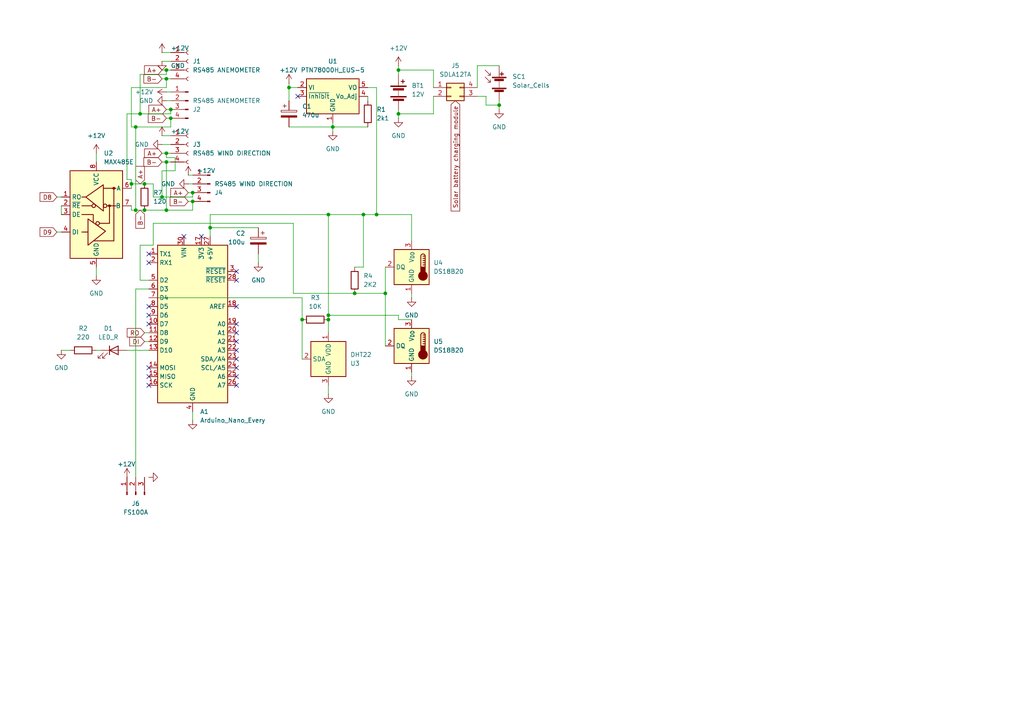
<source format=kicad_sch>
(kicad_sch (version 20250114) (generator "eeschema") (generator_version "9.0")
  (paper "A4")
  (title_block (title "Weather station with the sensor and UHF transmitter ") (date "2026-01-27") (rev "v1") (company "z0b1"))
  (lib_symbols
    (symbol "Connector:Conn_01x03_Pin" (pin_names (offset 1.016) (hide yes))
      (property "Reference" "J" (at 0 5.08 0))
      (property "Value" "Conn_01x03_Pin" (at 0 -5.08 0))
      (symbol "Conn_01x03_Pin_1_1"
        (rectangle (start 0.8636 2.667) (end 0 2.413) (stroke (width 0.1524)) (fill (type outline)))
        (rectangle (start 0.8636 0.127) (end 0 -0.127) (stroke (width 0.1524)) (fill (type outline)))
        (rectangle (start 0.8636 -2.413) (end 0 -2.667) (stroke (width 0.1524)) (fill (type outline)))
        (polyline (pts (xy 1.27 2.54) (xy 0.8636 2.54)) (stroke (width 0.1524)))
        (polyline (pts (xy 1.27 0) (xy 0.8636 0)) (stroke (width 0.1524)))
        (polyline (pts (xy 1.27 -2.54) (xy 0.8636 -2.54)) (stroke (width 0.1524)))
        (pin passive line (at 5.08 2.54 180) (length 3.81) (name "Pin_1") (number "1"))
        (pin passive line (at 5.08 0 180) (length 3.81) (name "Pin_2") (number "2"))
        (pin passive line (at 5.08 -2.54 180) (length 3.81) (name "Pin_3") (number "3"))
      )
    )
    (symbol "Connector:Conn_01x04_Pin" (pin_names (offset 1.016) (hide yes))
      (property "Reference" "J" (at 0 5.08 0))
      (property "Value" "Conn_01x04_Pin" (at 0 -7.62 0))
      (symbol "Conn_01x04_Pin_1_1"
        (rectangle (start 0.8636 2.667) (end 0 2.413) (stroke (width 0.1524)) (fill (type outline)))
        (rectangle (start 0.8636 0.127) (end 0 -0.127) (stroke (width 0.1524)) (fill (type outline)))
        (rectangle (start 0.8636 -2.413) (end 0 -2.667) (stroke (width 0.1524)) (fill (type outline)))
        (rectangle (start 0.8636 -4.953) (end 0 -5.207) (stroke (width 0.1524)) (fill (type outline)))
        (polyline (pts (xy 1.27 2.54) (xy 0.8636 2.54)) (stroke (width 0.1524)))
        (polyline (pts (xy 1.27 0) (xy 0.8636 0)) (stroke (width 0.1524)))
        (polyline (pts (xy 1.27 -2.54) (xy 0.8636 -2.54)) (stroke (width 0.1524)))
        (polyline (pts (xy 1.27 -5.08) (xy 0.8636 -5.08)) (stroke (width 0.1524)))
        (pin passive line (at 5.08 2.54 180) (length 3.81) (name "Pin_1") (number "1"))
        (pin passive line (at 5.08 0 180) (length 3.81) (name "Pin_2") (number "2"))
        (pin passive line (at 5.08 -2.54 180) (length 3.81) (name "Pin_3") (number "3"))
        (pin passive line (at 5.08 -5.08 180) (length 3.81) (name "Pin_4") (number "4"))
      )
    )
    (symbol "Connector:Conn_01x04_Socket" (pin_names (offset 1.016) (hide yes))
      (property "Reference" "J" (at 0 5.08 0))
      (property "Value" "Conn_01x04_Socket" (at 0 -7.62 0))
      (symbol "Conn_01x04_Socket_1_1"
        (polyline (pts (xy -1.27 2.54) (xy -0.508 2.54)) (stroke (width 0.1524)))
        (polyline (pts (xy -1.27 0) (xy -0.508 0)) (stroke (width 0.1524)))
        (polyline (pts (xy -1.27 -2.54) (xy -0.508 -2.54)) (stroke (width 0.1524)))
        (polyline (pts (xy -1.27 -5.08) (xy -0.508 -5.08)) (stroke (width 0.1524)))
        (arc (start 0 2.032) (mid -0.5058 2.54) (end 0 3.048) (stroke (width 0.1524)))
        (arc (start 0 -0.508) (mid -0.5058 0) (end 0 0.508) (stroke (width 0.1524)))
        (arc (start 0 -3.048) (mid -0.5058 -2.54) (end 0 -2.032) (stroke (width 0.1524)))
        (arc (start 0 -5.588) (mid -0.5058 -5.08) (end 0 -4.572) (stroke (width 0.1524)))
        (pin passive line (at -5.08 2.54 0) (length 3.81) (name "Pin_1") (number "1"))
        (pin passive line (at -5.08 0 0) (length 3.81) (name "Pin_2") (number "2"))
        (pin passive line (at -5.08 -2.54 0) (length 3.81) (name "Pin_3") (number "3"))
        (pin passive line (at -5.08 -5.08 0) (length 3.81) (name "Pin_4") (number "4"))
      )
    )
    (symbol "Connector_Generic:Conn_02x02_Counter_Clockwise" (pin_names (offset 1.016) (hide yes))
      (property "Reference" "J" (at 1.27 2.54 0))
      (property "Value" "Conn_02x02_Counter_Clockwise" (at 1.27 -5.08 0))
      (symbol "Conn_02x02_Counter_Clockwise_1_1"
        (rectangle (start -1.27 1.27) (end 3.81 -3.81) (stroke (width 0.254)) (fill (type background)))
        (rectangle (start -1.27 0.127) (end 0 -0.127) (stroke (width 0.1524)))
        (rectangle (start -1.27 -2.413) (end 0 -2.667) (stroke (width 0.1524)))
        (rectangle (start 3.81 0.127) (end 2.54 -0.127) (stroke (width 0.1524)))
        (rectangle (start 3.81 -2.413) (end 2.54 -2.667) (stroke (width 0.1524)))
        (pin passive line (at -5.08 0 0) (length 3.81) (name "Pin_1") (number "1"))
        (pin passive line (at -5.08 -2.54 0) (length 3.81) (name "Pin_2") (number "2"))
        (pin passive line (at 7.62 0 180) (length 3.81) (name "Pin_4") (number "4"))
        (pin passive line (at 7.62 -2.54 180) (length 3.81) (name "Pin_3") (number "3"))
      )
    )
    (symbol "Converter_DCDC:PTN78000H_EUS-5"
      (property "Reference" "U" (at -6.35 6.35 0))
      (property "Value" "PTN78000H_EUS-5" (at 3.81 6.35 0))
      (symbol "PTN78000H_EUS-5_0_1"
        (rectangle (start -7.62 5.08) (end 7.62 -5.08) (stroke (width 0.254)) (fill (type background)))
      )
      (symbol "PTN78000H_EUS-5_1_1"
        (pin power_in line (at -10.16 2.54 0) (length 2.54) (name "VI") (number "2"))
        (pin input line (at -10.16 0 0) (length 2.54) (name "~{Inhibit}") (number "3"))
        (pin power_in line (at 0 -7.62 90) (length 2.54) (name "GND") (number "1"))
        (pin power_out line (at 10.16 2.54 180) (length 2.54) (name "VO") (number "5"))
        (pin output line (at 10.16 0 180) (length 2.54) (name "Vo_Adj") (number "4"))
      )
    )
    (symbol "Device:Battery" (pin_numbers (hide yes)) (pin_names (offset 0) (hide yes))
      (property "Reference" "BT" (at 2.54 2.54 0))
      (property "Value" "Battery" (at 2.54 0 0))
      (symbol "Battery_0_1"
        (rectangle (start -2.286 1.778) (end 2.286 1.524) (fill (type outline)))
        (rectangle (start -2.286 -1.27) (end 2.286 -1.524) (fill (type outline)))
        (rectangle (start -1.524 1.016) (end 1.524 0.508) (fill (type outline)))
        (rectangle (start -1.524 -2.032) (end 1.524 -2.54) (fill (type outline)))
        (polyline (pts (xy 0 1.778) (xy 0 2.54)))
        (polyline (pts (xy 0 0) (xy 0 0.254)))
        (polyline (pts (xy 0 -0.508) (xy 0 -0.254)))
        (polyline (pts (xy 0 -1.016) (xy 0 -0.762)))
        (polyline (pts (xy 0.762 3.048) (xy 1.778 3.048)) (stroke (width 0.254)))
        (polyline (pts (xy 1.27 3.556) (xy 1.27 2.54)) (stroke (width 0.254)))
      )
      (symbol "Battery_1_1"
        (pin passive line (at 0 5.08 270) (length 2.54) (name "+") (number "1"))
        (pin passive line (at 0 -5.08 90) (length 2.54) (name "-") (number "2"))
      )
    )
    (symbol "Device:C_Polarized" (pin_numbers (hide yes)) (pin_names (offset 0.254))
      (property "Reference" "C" (at 0.635 2.54 0))
      (property "Value" "C_Polarized" (at 0.635 -2.54 0))
      (symbol "C_Polarized_0_1"
        (rectangle (start -2.286 0.508) (end 2.286 1.016))
        (polyline (pts (xy -1.778 2.286) (xy -0.762 2.286)))
        (polyline (pts (xy -1.27 2.794) (xy -1.27 1.778)))
        (rectangle (start 2.286 -0.508) (end -2.286 -1.016) (fill (type outline)))
      )
      (symbol "C_Polarized_1_1"
        (pin passive line (at 0 3.81 270) (length 2.794) (name "~") (number "1"))
        (pin passive line (at 0 -3.81 90) (length 2.794) (name "~") (number "2"))
      )
    )
    (symbol "Device:LED" (pin_numbers (hide yes)) (pin_names (offset 1.016) (hide yes))
      (property "Reference" "D" (at 0 2.54 0))
      (property "Value" "LED" (at 0 -2.54 0))
      (symbol "LED_0_1"
        (polyline (pts (xy -3.048 -0.762) (xy -4.572 -2.286) (xy -3.81 -2.286) (xy -4.572 -2.286) (xy -4.572 -1.524)))
        (polyline (pts (xy -1.778 -0.762) (xy -3.302 -2.286) (xy -2.54 -2.286) (xy -3.302 -2.286) (xy -3.302 -1.524)))
        (polyline (pts (xy -1.27 0) (xy 1.27 0)))
        (polyline (pts (xy -1.27 -1.27) (xy -1.27 1.27)) (stroke (width 0.254)))
        (polyline (pts (xy 1.27 -1.27) (xy 1.27 1.27) (xy -1.27 0) (xy 1.27 -1.27)) (stroke (width 0.254)))
      )
      (symbol "LED_1_1"
        (pin passive line (at -3.81 0 0) (length 2.54) (name "K") (number "1"))
        (pin passive line (at 3.81 0 180) (length 2.54) (name "A") (number "2"))
      )
    )
    (symbol "Device:R" (pin_numbers (hide yes)) (pin_names (offset 0))
      (property "Reference" "R" (at 2.032 0 90))
      (property "Value" "R" (at 0 0 90))
      (symbol "R_0_1"
        (rectangle (start -1.016 -2.54) (end 1.016 2.54) (stroke (width 0.254)))
      )
      (symbol "R_1_1"
        (pin passive line (at 0 3.81 270) (length 1.27) (name "~") (number "1"))
        (pin passive line (at 0 -3.81 90) (length 1.27) (name "~") (number "2"))
      )
    )
    (symbol "Device:Solar_Cells" (pin_numbers (hide yes)) (pin_names (offset 0) (hide yes))
      (property "Reference" "SC" (at 2.54 2.54 0))
      (property "Value" "Solar_Cells" (at 2.54 0 0))
      (symbol "Solar_Cells_0_1"
        (polyline (pts (xy -2.54 3.048) (xy -2.54 2.286) (xy -3.302 2.286)))
        (polyline (pts (xy -2.54 2.286) (xy -4.064 3.81)))
        (polyline (pts (xy -2.54 1.016) (xy -2.54 0.254) (xy -3.302 0.254)))
        (polyline (pts (xy -2.54 0.254) (xy -4.064 1.778)))
        (rectangle (start -2.032 1.778) (end 2.032 1.524) (fill (type outline)))
        (rectangle (start -2.032 -1.397) (end 2.032 -1.651) (fill (type outline)))
        (rectangle (start -1.3208 1.1938) (end 1.27 0.6858) (fill (type outline)))
        (rectangle (start -1.3208 -1.9812) (end 1.27 -2.4892) (fill (type outline)))
        (polyline (pts (xy 0 1.778) (xy 0 2.54)))
        (polyline (pts (xy 0 0.508) (xy 0 0.762)))
        (polyline (pts (xy 0 0) (xy 0 0.254)))
        (polyline (pts (xy 0 -0.508) (xy 0 -0.254)))
        (polyline (pts (xy 0 -1.016) (xy 0 -0.762)))
        (polyline (pts (xy 0 -1.524) (xy 0 -1.27)))
        (polyline (pts (xy 0.254 2.667) (xy 1.27 2.667)) (stroke (width 0.254)))
        (polyline (pts (xy 0.762 3.175) (xy 0.762 2.159)) (stroke (width 0.254)))
      )
      (symbol "Solar_Cells_1_1"
        (pin passive line (at 0 5.08 270) (length 2.54) (name "+") (number "1"))
        (pin passive line (at 0 -5.08 90) (length 2.54) (name "-") (number "2"))
      )
    )
    (symbol "Interface_UART:MAX485E"
      (property "Reference" "U" (at -6.985 13.97 0))
      (property "Value" "MAX485E" (at 1.905 13.97 0))
      (symbol "MAX485E_0_1"
        (rectangle (start -7.62 12.7) (end 7.62 -12.7) (stroke (width 0.254)) (fill (type background)))
        (polyline (pts (xy -4.191 2.54) (xy -1.27 2.54)) (stroke (width 0.254)))
        (polyline (pts (xy -4.191 0) (xy -0.889 0) (xy -0.889 -2.286)) (stroke (width 0.254)))
        (polyline (pts (xy -3.175 5.08) (xy -4.191 5.08) (xy -4.064 5.08)) (stroke (width 0.254)))
        (polyline (pts (xy -2.54 -5.08) (xy -4.191 -5.08)) (stroke (width 0.254)))
        (polyline (pts (xy -2.413 -5.08) (xy -2.413 -1.27) (xy 2.667 -4.826) (xy -2.413 -8.89) (xy -2.413 -5.08)) (stroke (width 0.254)))
        (polyline (pts (xy -0.635 -7.62) (xy 5.08 -7.62)) (stroke (width 0.254)))
        (circle (center 0.381 -2.54) (radius 0.508) (stroke (width 0.254)))
        (polyline (pts (xy 0.889 -2.54) (xy 3.81 -2.54)) (stroke (width 0.254)))
        (polyline (pts (xy 2.032 7.62) (xy 5.715 7.62)) (stroke (width 0.254)))
        (polyline (pts (xy 3.048 2.54) (xy 5.715 2.54)) (stroke (width 0.254)))
        (circle (center 3.81 2.54) (radius 0.2794) (stroke (width 0.254)) (fill (type outline)))
        (polyline (pts (xy 3.81 -2.54) (xy 3.81 2.54)) (stroke (width 0.254)))
        (polyline (pts (xy 5.08 -7.62) (xy 5.08 7.62)) (stroke (width 0.254)))
      )
      (symbol "MAX485E_1_1"
        (circle (center -0.762 2.54) (radius 0.508) (stroke (width 0.254)))
        (polyline (pts (xy 2.032 4.826) (xy 2.032 8.636) (xy -3.048 5.08) (xy 2.032 1.016) (xy 2.032 4.826)) (stroke (width 0.254)))
        (circle (center 2.54 2.54) (radius 0.508) (stroke (width 0.254)))
        (circle (center 5.08 7.62) (radius 0.2794) (stroke (width 0.254)) (fill (type outline)))
        (pin output line (at -10.16 5.08 0) (length 2.54) (name "RO") (number "1"))
        (pin input line (at -10.16 2.54 0) (length 2.54) (name "~{RE}") (number "2"))
        (pin input line (at -10.16 0 0) (length 2.54) (name "DE") (number "3"))
        (pin input line (at -10.16 -5.08 0) (length 2.54) (name "DI") (number "4"))
        (pin power_in line (at 0 15.24 270) (length 2.54) (name "VCC") (number "8"))
        (pin power_in line (at 0 -15.24 90) (length 2.54) (name "GND") (number "5"))
        (pin bidirectional line (at 10.16 7.62 180) (length 2.54) (name "A") (number "6"))
        (pin bidirectional line (at 10.16 2.54 180) (length 2.54) (name "B") (number "7"))
      )
    )
    (symbol "MCU_Module:Arduino_Nano_Every"
      (property "Reference" "A" (at -10.16 23.495 0))
      (property "Value" "Arduino_Nano_Every" (at 5.08 -24.13 0))
      (symbol "Arduino_Nano_Every_0_1"
        (rectangle (start -10.16 22.86) (end 10.16 -22.86) (stroke (width 0.254)) (fill (type background)))
      )
      (symbol "Arduino_Nano_Every_1_1"
        (pin bidirectional line (at -12.7 20.32 0) (length 2.54) (name "TX1") (number "1"))
        (pin bidirectional line (at -12.7 17.78 0) (length 2.54) (name "RX1") (number "2"))
        (pin bidirectional line (at -12.7 12.7 0) (length 2.54) (name "D2") (number "5"))
        (pin bidirectional line (at -12.7 10.16 0) (length 2.54) (name "D3") (number "6"))
        (pin bidirectional line (at -12.7 7.62 0) (length 2.54) (name "D4") (number "7"))
        (pin bidirectional line (at -12.7 5.08 0) (length 2.54) (name "D5") (number "8"))
        (pin bidirectional line (at -12.7 2.54 0) (length 2.54) (name "D6") (number "9"))
        (pin bidirectional line (at -12.7 0 0) (length 2.54) (name "D7") (number "10"))
        (pin bidirectional line (at -12.7 -2.54 0) (length 2.54) (name "D8") (number "11"))
        (pin bidirectional line (at -12.7 -5.08 0) (length 2.54) (name "D9") (number "12"))
        (pin bidirectional line (at -12.7 -7.62 0) (length 2.54) (name "D10") (number "13"))
        (pin bidirectional line (at -12.7 -12.7 0) (length 2.54) (name "MOSI") (number "14"))
        (pin bidirectional line (at -12.7 -15.24 0) (length 2.54) (name "MISO") (number "15"))
        (pin bidirectional line (at -12.7 -17.78 0) (length 2.54) (name "SCK") (number "16"))
        (pin power_in line (at -2.54 25.4 270) (length 2.54) (name "VIN") (number "30"))
        (pin passive line (at 0 -25.4 90) (length 2.54) (hide yes) (name "GND") (number "29"))
        (pin power_in line (at 0 -25.4 90) (length 2.54) (name "GND") (number "4"))
        (pin power_out line (at 2.54 25.4 270) (length 2.54) (name "3V3") (number "17"))
        (pin power_out line (at 5.08 25.4 270) (length 2.54) (name "+5V") (number "27"))
        (pin input line (at 12.7 15.24 180) (length 2.54) (name "~{RESET}") (number "3"))
        (pin input line (at 12.7 12.7 180) (length 2.54) (name "~{RESET}") (number "28"))
        (pin input line (at 12.7 5.08 180) (length 2.54) (name "AREF") (number "18"))
        (pin bidirectional line (at 12.7 0 180) (length 2.54) (name "A0") (number "19"))
        (pin bidirectional line (at 12.7 -2.54 180) (length 2.54) (name "A1") (number "20"))
        (pin bidirectional line (at 12.7 -5.08 180) (length 2.54) (name "A2") (number "21"))
        (pin bidirectional line (at 12.7 -7.62 180) (length 2.54) (name "A3") (number "22"))
        (pin bidirectional line (at 12.7 -10.16 180) (length 2.54) (name "SDA/A4") (number "23"))
        (pin bidirectional line (at 12.7 -12.7 180) (length 2.54) (name "SCL/A5") (number "24"))
        (pin bidirectional line (at 12.7 -15.24 180) (length 2.54) (name "A6") (number "25"))
        (pin bidirectional line (at 12.7 -17.78 180) (length 2.54) (name "A7") (number "26"))
      )
    )
    (symbol "Sensor:AM2302"
      (property "Reference" "U" (at -3.81 6.35 0))
      (property "Value" "AM2302" (at 3.81 6.35 0))
      (symbol "AM2302_0_1"
        (rectangle (start -5.08 5.08) (end 5.08 -5.08) (stroke (width 0.254)) (fill (type background)))
      )
      (symbol "AM2302_1_1"
        (pin power_in line (at 0 7.62 270) (length 2.54) (name "VDD") (number "1"))
        (pin power_in line (at 0 -7.62 90) (length 2.54) (name "GND") (number "3"))
        (pin passive line (at 0 -7.62 90) (length 2.54) (hide yes) (name "GND") (number "4"))
        (pin bidirectional line (at 7.62 0 180) (length 2.54) (name "SDA") (number "2"))
      )
    )
    (symbol "Sensor_Temperature:DS18B20"
      (property "Reference" "U" (at -3.81 6.35 0))
      (property "Value" "DS18B20" (at 6.35 6.35 0))
      (symbol "DS18B20_0_1"
        (rectangle (start -5.08 5.08) (end 5.08 -5.08) (stroke (width 0.254)) (fill (type background)))
        (polyline (pts (xy -3.937 3.175) (xy -3.937 0)) (stroke (width 0.254)))
        (polyline (pts (xy -3.937 3.175) (xy -3.302 3.175)) (stroke (width 0.254)))
        (polyline (pts (xy -3.937 2.54) (xy -3.302 2.54)) (stroke (width 0.254)))
        (polyline (pts (xy -3.937 1.905) (xy -3.302 1.905)) (stroke (width 0.254)))
        (polyline (pts (xy -3.937 1.27) (xy -3.302 1.27)) (stroke (width 0.254)))
        (polyline (pts (xy -3.937 0.635) (xy -3.302 0.635)) (stroke (width 0.254)))
        (arc (start -3.937 3.175) (mid -3.302 3.8073) (end -2.667 3.175) (stroke (width 0.254)))
        (circle (center -3.302 -2.54) (radius 1.27) (stroke (width 0.254)) (fill (type outline)))
        (polyline (pts (xy -2.667 3.175) (xy -2.667 0)) (stroke (width 0.254)))
        (rectangle (start -2.667 -1.905) (end -3.937 0) (stroke (width 0.254)) (fill (type outline)))
      )
      (symbol "DS18B20_1_1"
        (pin power_in line (at 0 7.62 270) (length 2.54) (name "V_{DD}") (number "3"))
        (pin power_in line (at 0 -7.62 90) (length 2.54) (name "GND") (number "1"))
        (pin bidirectional line (at 7.62 0 180) (length 2.54) (name "DQ") (number "2"))
      )
    )
    (symbol "power:+12V" (power) (pin_numbers (hide yes)) (pin_names (offset 0) (hide yes))
      (property "Value" "+12V" (at 0 3.556 0))
      (symbol "+12V_0_1"
        (polyline (pts (xy -0.762 1.27) (xy 0 2.54)))
        (polyline (pts (xy 0 2.54) (xy 0.762 1.27)))
        (polyline (pts (xy 0 0) (xy 0 2.54)))
      )
      (symbol "+12V_1_1"
        (pin power_in line (at 0 0 90) (length 0) (name "~") (number "1"))
      )
    )
    (symbol "power:GND" (power) (pin_numbers (hide yes)) (pin_names (offset 0) (hide yes))
      (property "Value" "GND" (at 0 -3.81 0))
      (symbol "GND_0_1"
        (polyline (pts (xy 0 0) (xy 0 -1.27) (xy 1.27 -1.27) (xy 0 -2.54) (xy -1.27 -1.27) (xy 0 -1.27)))
      )
      (symbol "GND_1_1"
        (pin power_in line (at 0 0 270) (length 0) (name "~") (number "1"))
      )
    )
  )
  (junction (at 48.26 44.45))
  (junction (at 49.53 31.75))
  (junction (at 46.99 57.15))
  (junction (at 115.57 20.32))
  (junction (at 60.96 66.04))
  (junction (at 48.26 60.96))
  (junction (at 111.76 85.09))
  (junction (at 40.64 33.02))
  (junction (at 95.25 62.23))
  (junction (at 144.78 30.48))
  (junction (at 109.22 62.23))
  (junction (at 96.52 36.83))
  (junction (at 95.25 92.71))
  (junction (at 41.91 53.34))
  (junction (at 48.26 20.32))
  (junction (at 38.1 53.34))
  (junction (at 48.26 22.86))
  (junction (at 83.82 25.4))
  (junction (at 48.26 46.99))
  (junction (at 105.41 62.23))
  (junction (at 102.87 85.09))
  (junction (at 55.88 55.88))
  (junction (at 49.53 34.29))
  (junction (at 115.57 33.02))
  (junction (at 55.88 58.42))
  (junction (at 39.37 60.96))
  (junction (at 95.25 91.44))
  (junction (at 87.63 92.71))
  (junction (at 41.91 60.96))
  (junction (at 39.37 36.83))
  (no_connect (at 68.58 93.98))
  (no_connect (at 43.18 109.22))
  (no_connect (at 53.34 68.58))
  (no_connect (at 68.58 109.22))
  (no_connect (at 43.18 106.68))
  (no_connect (at 43.18 88.9))
  (no_connect (at 68.58 78.74))
  (no_connect (at 68.58 99.06))
  (no_connect (at 58.42 68.58))
  (no_connect (at 68.58 104.14))
  (no_connect (at 43.18 111.76))
  (no_connect (at 43.18 93.98))
  (no_connect (at 68.58 96.52))
  (no_connect (at 86.36 27.94))
  (no_connect (at 68.58 101.6))
  (no_connect (at 43.18 76.2))
  (no_connect (at 43.18 73.66))
  (no_connect (at 68.58 106.68))
  (no_connect (at 68.58 88.9))
  (no_connect (at 43.18 91.44))
  (no_connect (at 68.58 81.28))
  (no_connect (at 68.58 111.76))
  (wire (pts (xy 49.53 36.83) (xy 49.53 34.29)))
  (wire (pts (xy 96.52 36.83) (xy 106.68 36.83)))
  (wire (pts (xy 115.57 33.02) (xy 125.73 33.02)))
  (wire (pts (xy 138.43 25.4) (xy 138.43 19.05)))
  (wire (pts (xy 48.26 60.96) (xy 55.88 60.96)))
  (wire (pts (xy 115.57 92.71) (xy 115.57 91.44)))
  (wire (pts (xy 48.26 22.86) (xy 48.26 25.4)))
  (wire (pts (xy 50.8 49.53) (xy 50.8 45.72)))
  (wire (pts (xy 48.26 31.75) (xy 49.53 31.75)))
  (wire (pts (xy 111.76 77.47) (xy 111.76 85.09)))
  (wire (pts (xy 48.26 46.99) (xy 48.26 60.96)))
  (wire (pts (xy 41.91 53.34) (xy 44.45 53.34)))
  (wire (pts (xy 95.25 91.44) (xy 95.25 92.71)))
  (wire (pts (xy 85.09 85.09) (xy 85.09 64.77)))
  (wire (pts (xy 109.22 62.23) (xy 105.41 62.23)))
  (wire (pts (xy 44.45 57.15) (xy 44.45 53.34)))
  (wire (pts (xy 105.41 77.47) (xy 105.41 62.23)))
  (wire (pts (xy 74.93 73.66) (xy 74.93 76.2)))
  (wire (pts (xy 38.1 25.4) (xy 38.1 36.83)))
  (wire (pts (xy 140.97 27.94) (xy 140.97 30.48)))
  (wire (pts (xy 95.25 92.71) (xy 95.25 96.52)))
  (wire (pts (xy 40.64 21.59) (xy 48.26 21.59)))
  (wire (pts (xy 105.41 62.23) (xy 95.25 62.23)))
  (wire (pts (xy 38.1 54.61) (xy 38.1 53.34)))
  (wire (pts (xy 115.57 19.05) (xy 115.57 20.32)))
  (wire (pts (xy 106.68 29.21) (xy 106.68 27.94)))
  (wire (pts (xy 115.57 20.32) (xy 125.73 20.32)))
  (wire (pts (xy 46.99 57.15) (xy 44.45 57.15)))
  (wire (pts (xy 83.82 25.4) (xy 83.82 29.21)))
  (wire (pts (xy 46.99 22.86) (xy 48.26 22.86)))
  (wire (pts (xy 115.57 31.75) (xy 115.57 33.02)))
  (wire (pts (xy 50.8 45.72) (xy 48.26 45.72)))
  (wire (pts (xy 115.57 33.02) (xy 115.57 34.29)))
  (wire (pts (xy 119.38 62.23) (xy 109.22 62.23)))
  (wire (pts (xy 17.78 101.6) (xy 20.32 101.6)))
  (wire (pts (xy 109.22 25.4) (xy 109.22 62.23)))
  (wire (pts (xy 48.26 21.59) (xy 48.26 20.32)))
  (wire (pts (xy 48.26 22.86) (xy 49.53 22.86)))
  (wire (pts (xy 74.93 66.04) (xy 60.96 66.04)))
  (wire (pts (xy 40.64 33.02) (xy 40.64 21.59)))
  (wire (pts (xy 125.73 25.4) (xy 125.73 20.32)))
  (wire (pts (xy 46.99 41.91) (xy 49.53 41.91)))
  (wire (pts (xy 36.83 33.02) (xy 36.83 52.07)))
  (wire (pts (xy 115.57 91.44) (xy 95.25 91.44)))
  (wire (pts (xy 111.76 85.09) (xy 111.76 100.33)))
  (wire (pts (xy 87.63 92.71) (xy 87.63 104.14)))
  (wire (pts (xy 44.45 64.77) (xy 44.45 71.12)))
  (wire (pts (xy 41.91 99.06) (xy 43.18 99.06)))
  (wire (pts (xy 102.87 85.09) (xy 85.09 85.09)))
  (wire (pts (xy 38.1 36.83) (xy 39.37 36.83)))
  (wire (pts (xy 46.99 15.24) (xy 49.53 15.24)))
  (wire (pts (xy 48.26 45.72) (xy 48.26 44.45)))
  (wire (pts (xy 60.96 62.23) (xy 95.25 62.23)))
  (wire (pts (xy 102.87 77.47) (xy 105.41 77.47)))
  (wire (pts (xy 36.83 101.6) (xy 43.18 101.6)))
  (wire (pts (xy 119.38 69.85) (xy 119.38 62.23)))
  (wire (pts (xy 95.25 111.76) (xy 95.25 114.3)))
  (wire (pts (xy 46.99 39.37) (xy 49.53 39.37)))
  (wire (pts (xy 55.88 57.15) (xy 46.99 57.15)))
  (wire (pts (xy 27.94 44.45) (xy 27.94 46.99)))
  (wire (pts (xy 48.26 44.45) (xy 49.53 44.45)))
  (wire (pts (xy 39.37 60.96) (xy 41.91 60.96)))
  (wire (pts (xy 36.83 52.07) (xy 38.1 52.07)))
  (wire (pts (xy 40.64 81.28) (xy 43.18 81.28)))
  (wire (pts (xy 55.88 58.42) (xy 55.88 60.96)))
  (wire (pts (xy 40.64 33.02) (xy 49.53 33.02)))
  (wire (pts (xy 85.09 64.77) (xy 44.45 64.77)))
  (wire (pts (xy 39.37 83.82) (xy 39.37 138.43)))
  (wire (pts (xy 125.73 27.94) (xy 125.73 33.02)))
  (wire (pts (xy 39.37 36.83) (xy 49.53 36.83)))
  (wire (pts (xy 144.78 30.48) (xy 144.78 31.75)))
  (wire (pts (xy 111.76 85.09) (xy 102.87 85.09)))
  (wire (pts (xy 48.26 29.21) (xy 49.53 29.21)))
  (wire (pts (xy 48.26 26.67) (xy 49.53 26.67)))
  (wire (pts (xy 46.99 20.32) (xy 48.26 20.32)))
  (wire (pts (xy 41.91 60.96) (xy 48.26 60.96)))
  (wire (pts (xy 83.82 36.83) (xy 96.52 36.83)))
  (wire (pts (xy 106.68 25.4) (xy 109.22 25.4)))
  (wire (pts (xy 48.26 25.4) (xy 38.1 25.4)))
  (wire (pts (xy 95.25 62.23) (xy 95.25 91.44)))
  (wire (pts (xy 119.38 85.09) (xy 119.38 86.36)))
  (wire (pts (xy 87.63 86.36) (xy 87.63 92.71)))
  (wire (pts (xy 38.1 59.69) (xy 38.1 60.96)))
  (wire (pts (xy 96.52 36.83) (xy 96.52 38.1)))
  (wire (pts (xy 40.64 71.12) (xy 40.64 81.28)))
  (wire (pts (xy 119.38 107.95) (xy 119.38 109.22)))
  (wire (pts (xy 46.99 57.15) (xy 46.99 49.53)))
  (wire (pts (xy 39.37 83.82) (xy 43.18 83.82)))
  (wire (pts (xy 46.99 44.45) (xy 48.26 44.45)))
  (wire (pts (xy 119.38 92.71) (xy 115.57 92.71)))
  (wire (pts (xy 43.18 86.36) (xy 87.63 86.36)))
  (wire (pts (xy 27.94 77.47) (xy 27.94 80.01)))
  (wire (pts (xy 60.96 66.04) (xy 60.96 68.58)))
  (wire (pts (xy 38.1 60.96) (xy 39.37 60.96)))
  (wire (pts (xy 48.26 20.32) (xy 49.53 20.32)))
  (wire (pts (xy 46.99 46.99) (xy 48.26 46.99)))
  (wire (pts (xy 83.82 24.13) (xy 83.82 25.4)))
  (wire (pts (xy 36.83 33.02) (xy 40.64 33.02)))
  (wire (pts (xy 16.51 57.15) (xy 17.78 57.15)))
  (wire (pts (xy 38.1 53.34) (xy 41.91 53.34)))
  (wire (pts (xy 144.78 29.21) (xy 144.78 30.48)))
  (wire (pts (xy 140.97 30.48) (xy 144.78 30.48)))
  (wire (pts (xy 54.61 50.8) (xy 55.88 50.8)))
  (wire (pts (xy 38.1 52.07) (xy 38.1 53.34)))
  (wire (pts (xy 115.57 20.32) (xy 115.57 21.59)))
  (wire (pts (xy 55.88 119.38) (xy 55.88 121.92)))
  (wire (pts (xy 46.99 49.53) (xy 50.8 49.53)))
  (wire (pts (xy 54.61 58.42) (xy 55.88 58.42)))
  (wire (pts (xy 54.61 55.88) (xy 55.88 55.88)))
  (wire (pts (xy 138.43 27.94) (xy 140.97 27.94)))
  (wire (pts (xy 96.52 35.56) (xy 96.52 36.83)))
  (wire (pts (xy 55.88 55.88) (xy 55.88 57.15)))
  (wire (pts (xy 39.37 36.83) (xy 39.37 60.96)))
  (wire (pts (xy 49.53 31.75) (xy 49.53 33.02)))
  (wire (pts (xy 48.26 34.29) (xy 49.53 34.29)))
  (wire (pts (xy 41.91 96.52) (xy 43.18 96.52)))
  (wire (pts (xy 83.82 25.4) (xy 86.36 25.4)))
  (wire (pts (xy 138.43 19.05) (xy 144.78 19.05)))
  (wire (pts (xy 27.94 101.6) (xy 29.21 101.6)))
  (wire (pts (xy 16.51 67.31) (xy 17.78 67.31)))
  (wire (pts (xy 17.78 59.69) (xy 17.78 62.23)))
  (wire (pts (xy 48.26 46.99) (xy 49.53 46.99)))
  (wire (pts (xy 44.45 71.12) (xy 40.64 71.12)))
  (wire (pts (xy 60.96 62.23) (xy 60.96 66.04)))
  (wire (pts (xy 46.99 17.78) (xy 49.53 17.78)))
  (wire (pts (xy 54.61 53.34) (xy 55.88 53.34)))
  (global_label "B-" (shape input) (at 54.61 58.42 180) (property "Intersheetrefs" "${INTERSHEET_REFS}" (effects (hide yes))))
  (global_label "A+" (shape input) (at 46.99 44.45 180) (property "Intersheetrefs" "${INTERSHEET_REFS}" (effects (hide yes))))
  (global_label "B-" (shape input) (at 46.99 22.86 180) (property "Intersheetrefs" "${INTERSHEET_REFS}" (effects (hide yes))))
  (global_label "B-" (shape input) (at 40.64 60.96 270) (property "Intersheetrefs" "${INTERSHEET_REFS}" (effects (hide yes))))
  (global_label "B-" (shape input) (at 46.99 46.99 180) (property "Intersheetrefs" "${INTERSHEET_REFS}" (effects (hide yes))))
  (global_label "Solar battery charging module" (shape input) (at 132.08 29.21 270) (property "Intersheetrefs" "${INTERSHEET_REFS}" (effects (hide yes))))
  (global_label "DI" (shape input) (at 41.91 99.06 180) (property "Intersheetrefs" "${INTERSHEET_REFS}" (effects (hide yes))))
  (global_label "D8" (shape input) (at 16.51 57.15 180) (property "Intersheetrefs" "${INTERSHEET_REFS}" (effects (hide yes))))
  (global_label "A+" (shape input) (at 54.61 55.88 180) (property "Intersheetrefs" "${INTERSHEET_REFS}" (effects (hide yes))))
  (global_label "RO" (shape input) (at 41.91 96.52 180) (property "Intersheetrefs" "${INTERSHEET_REFS}" (effects (hide yes))))
  (global_label "D9" (shape input) (at 16.51 67.31 180) (property "Intersheetrefs" "${INTERSHEET_REFS}" (effects (hide yes))))
  (global_label "A+" (shape input) (at 40.64 53.34 90) (property "Intersheetrefs" "${INTERSHEET_REFS}" (effects (hide yes))))
  (global_label "A+" (shape input) (at 46.99 20.32 180) (property "Intersheetrefs" "${INTERSHEET_REFS}" (effects (hide yes))))
  (global_label "A+" (shape input) (at 48.26 31.75 180) (property "Intersheetrefs" "${INTERSHEET_REFS}" (effects (hide yes))))
  (global_label "B-" (shape input) (at 48.26 34.29 180) (property "Intersheetrefs" "${INTERSHEET_REFS}" (effects (hide yes))))
  (symbol (lib_id "power:GND") (at 54.61 53.34 270) (unit 1)
    (property "Reference" "#PWR015" (effects (hide yes)))
    (property "Value" "GND" (at 50.8 53.3399 90) (effects (justify right)))
    (property "Description" "Power symbol creates a global label with name \"GND\" , ground" (effects (hide yes)))
  )
  (symbol (lib_id "power:GND") (at 95.25 114.3 0) (unit 1)
    (property "Reference" "#PWR018" (effects (hide yes)))
    (property "Value" "GND" (at 95.25 119.38 0))
    (property "Description" "Power symbol creates a global label with name \"GND\" , ground" (effects (hide yes)))
  )
  (symbol (lib_id "power:GND") (at 119.38 86.36 0) (unit 1)
    (property "Reference" "#PWR021" (effects (hide yes)))
    (property "Value" "GND" (at 119.38 91.44 0))
    (property "Description" "Power symbol creates a global label with name \"GND\" , ground" (effects (hide yes)))
  )
  (symbol (lib_id "Device:LED") (at 33.02 101.6 0) (unit 1)
    (property "Reference" "D1" (at 31.4325 95.25 0))
    (property "Value" "LED_R" (at 31.4325 97.79 0))
    (property "Footprint" "LED_THT:LED_D3.0mm" (effects (hide yes)))
    (property "Description" "Light emitting diode" (effects (hide yes)))
    (property "Sim.Pins" "1=K 2=A" (effects (hide yes)))
  )
  (symbol (lib_id "power:GND") (at 43.18 138.43 90) (unit 1)
    (property "Reference" "#PWR022" (effects (hide yes)))
    (property "Value" "GND" (effects (hide yes)))
    (property "Description" "Power symbol creates a global label with name \"GND\" , ground" (effects (hide yes)))
  )
  (symbol (lib_id "MCU_Module:Arduino_Nano_Every") (at 55.88 93.98 0) (unit 1)
    (property "Reference" "A1" (at 58.0233 119.38 0) (effects (justify left)))
    (property "Value" "Arduino_Nano_Every" (at 58.0233 121.92 0) (effects (justify left)))
    (property "Footprint" "Module:Arduino_Nano" (effects (hide yes)))
    (property "Datasheet" "https://content.arduino.cc/assets/NANOEveryV3.0_sch.pdf" (effects (hide yes)))
    (property "Description" "Arduino Nano Every" (effects (hide yes)))
  )
  (symbol (lib_id "power:+12V") (at 83.82 24.13 0) (unit 1)
    (property "Reference" "#PWR08" (effects (hide yes)))
    (property "Value" "+12V" (at 81.026 20.32 0) (effects (justify left)))
    (property "Description" "Power symbol creates a global label with name \"+12V\"" (effects (hide yes)))
  )
  (symbol (lib_id "power:GND") (at 74.93 76.2 0) (unit 1)
    (property "Reference" "#PWR013" (effects (hide yes)))
    (property "Value" "GND" (at 74.93 81.28 0))
    (property "Description" "Power symbol creates a global label with name \"GND\" , ground" (effects (hide yes)))
  )
  (symbol (lib_id "Connector:Conn_01x04_Socket") (at 54.61 41.91 0) (unit 1)
    (property "Reference" "J3" (at 55.88 41.9099 0) (effects (justify left)))
    (property "Value" "RS485 WIND DIRECTION" (at 55.88 44.4499 0) (effects (justify left)))
    (property "Description" "Generic connector, single row, 01x04, script generated" (effects (hide yes)))
  )
  (symbol (lib_id "Connector:Conn_01x03_Pin") (at 39.37 143.51 90) (unit 1)
    (property "Reference" "J6" (at 39.37 146.05 90))
    (property "Value" "FS100A" (at 39.37 148.59 90))
    (property "Footprint" "Connector_PinHeader_2.54mm:PinHeader_1x03_P2.54mm_Vertical" (effects (hide yes)))
    (property "Description" "Generic connector, single row, 01x03, script generated" (effects (hide yes)))
  )
  (symbol (lib_id "Connector:Conn_01x04_Pin") (at 54.61 29.21 0) (mirror y) (unit 1)
    (property "Reference" "J2" (at 55.88 31.7501 0) (effects (justify right)))
    (property "Value" "RS485 ANEMOMETER" (at 55.88 29.2101 0) (effects (justify right)))
    (property "Description" "Generic connector, single row, 01x04, script generated" (effects (hide yes)))
  )
  (symbol (lib_id "Connector:Conn_01x04_Pin") (at 60.96 53.34 0) (mirror y) (unit 1)
    (property "Reference" "J4" (at 62.23 55.8801 0) (effects (justify right)))
    (property "Value" "RS485 WIND DIRECTION" (at 62.23 53.3401 0) (effects (justify right)))
    (property "Footprint" "Connector_PinSocket_2.00mm:PinSocket_1x04_P2.00mm_Vertical" (effects (hide yes)))
    (property "Description" "Generic connector, single row, 01x04, script generated" (effects (hide yes)))
  )
  (symbol (lib_id "power:GND") (at 115.57 34.29 0) (unit 1)
    (property "Reference" "#PWR06" (effects (hide yes)))
    (property "Value" "GND" (at 115.57 39.37 0))
    (property "Description" "Power symbol creates a global label with name \"GND\" , ground" (effects (hide yes)))
  )
  (symbol (lib_id "power:GND") (at 17.78 101.6 0) (unit 1)
    (property "Reference" "#PWR019" (effects (hide yes)))
    (property "Value" "GND" (at 17.78 106.68 0))
    (property "Description" "Power symbol creates a global label with name \"GND\" , ground" (effects (hide yes)))
  )
  (symbol (lib_id "Device:R") (at 24.13 101.6 270) (unit 1)
    (property "Reference" "R2" (at 24.13 95.25 90))
    (property "Value" "220" (at 24.13 97.79 90))
    (property "Footprint" "Resistor_THT:R_Axial_DIN0204_L3.6mm_D1.6mm_P5.08mm_Horizontal" (effects (hide yes)))
    (property "Description" "Resistor" (effects (hide yes)))
  )
  (symbol (lib_id "power:GND") (at 119.38 109.22 0) (unit 1)
    (property "Reference" "#PWR020" (effects (hide yes)))
    (property "Value" "GND" (at 119.38 114.3 0))
    (property "Description" "Power symbol creates a global label with name \"GND\" , ground" (effects (hide yes)))
  )
  (symbol (lib_id "Sensor_Temperature:DS18B20") (at 119.38 100.33 0) (mirror y) (unit 1)
    (property "Reference" "U5" (at 125.73 99.0599 0) (effects (justify right)))
    (property "Value" "DS18B20" (at 125.73 101.5999 0) (effects (justify right)))
    (property "Footprint" "Connector_PinHeader_2.54mm:PinHeader_1x03_P2.54mm_Vertical" (effects (hide yes)))
    (property "Datasheet" "http://datasheets.maximintegrated.com/en/ds/DS18B20.pdf" (effects (hide yes)))
    (property "Description" "Programmable Resolution 1-Wire Digital Thermometer TO-92" (effects (hide yes)))
  )
  (symbol (lib_id "Connector:Conn_01x04_Socket") (at 54.61 17.78 0) (unit 1)
    (property "Reference" "J1" (at 55.88 17.7799 0) (effects (justify left)))
    (property "Value" "RS485 ANEMOMETER" (at 55.88 20.3199 0) (effects (justify left)))
    (property "Description" "Generic connector, single row, 01x04, script generated" (effects (hide yes)))
  )
  (symbol (lib_id "Device:R") (at 106.68 33.02 0) (unit 1)
    (property "Reference" "R1" (at 109.22 31.7499 0) (effects (justify left)))
    (property "Value" "2k1" (at 109.22 34.2899 0) (effects (justify left)))
    (property "Footprint" "Resistor_THT:R_Axial_DIN0204_L3.6mm_D1.6mm_P2.54mm_Vertical" (effects (hide yes)))
    (property "Description" "Resistor" (effects (hide yes)))
  )
  (symbol (lib_id "Device:R") (at 41.91 57.15 0) (unit 1)
    (property "Reference" "R7" (at 44.45 55.8799 0) (effects (justify left)))
    (property "Value" "120" (at 44.45 58.4199 0) (effects (justify left)))
    (property "Footprint" "Resistor_THT:R_Axial_DIN0204_L3.6mm_D1.6mm_P5.08mm_Horizontal" (effects (hide yes)))
    (property "Description" "Resistor" (effects (hide yes)))
  )
  (symbol (lib_id "Interface_UART:MAX485E") (at 27.94 62.23 0) (unit 1)
    (property "Reference" "U2" (at 30.0833 44.45 0) (effects (justify left)))
    (property "Value" "MAX485E" (at 30.0833 46.99 0) (effects (justify left)))
    (property "Footprint" "Package_SO:SOIC-8_3.9x4.9mm_P1.27mm" (effects (hide yes)))
    (property "Datasheet" "https://datasheets.maximintegrated.com/en/ds/MAX1487E-MAX491E.pdf" (effects (hide yes)))
    (property "Description" "Half duplex RS-485/RS-422, 2.5 Mbps, ±15kV electro-static discharge (ESD) protection, no slew-rate, no low-power shutdown, with receiver/driver enable, 32 receiver drive capability, DIP-8 and SOIC-8" (effects (hide yes)))
  )
  (symbol (lib_id "Device:Solar_Cells") (at 144.78 24.13 0) (unit 1)
    (property "Reference" "SC1" (at 148.59 22.2249 0) (effects (justify left)))
    (property "Value" "Solar_Cells" (at 148.59 24.7649 0) (effects (justify left)))
    (property "Description" "Multiple solar cells" (effects (hide yes)))
  )
  (symbol (lib_id "power:GND") (at 144.78 31.75 0) (unit 1)
    (property "Reference" "#PWR010" (effects (hide yes)))
    (property "Value" "GND" (at 144.78 36.83 0))
    (property "Description" "Power symbol creates a global label with name \"GND\" , ground" (effects (hide yes)))
  )
  (symbol (lib_id "power:+12V") (at 46.99 39.37 0) (unit 1)
    (property "Reference" "#PWR04" (effects (hide yes)))
    (property "Value" "+12V" (at 49.53 38.0999 0) (effects (justify left)))
    (property "Description" "Power symbol creates a global label with name \"+12V\"" (effects (hide yes)))
  )
  (symbol (lib_id "Device:R") (at 91.44 92.71 90) (unit 1)
    (property "Reference" "R3" (at 91.44 86.36 90))
    (property "Value" "10K" (at 91.44 88.9 90))
    (property "Footprint" "Resistor_THT:R_Axial_DIN0204_L3.6mm_D1.6mm_P5.08mm_Horizontal" (effects (hide yes)))
    (property "Description" "Resistor" (effects (hide yes)))
  )
  (symbol (lib_id "power:+12V") (at 27.94 44.45 0) (unit 1)
    (property "Reference" "#PWR012" (effects (hide yes)))
    (property "Value" "+12V" (at 27.94 39.37 0))
    (property "Description" "Power symbol creates a global label with name \"+12V\"" (effects (hide yes)))
  )
  (symbol (lib_id "Sensor:AM2302") (at 95.25 104.14 0) (mirror y) (unit 1)
    (property "Reference" "U3" (at 101.6 105.4101 0) (effects (justify right)))
    (property "Value" "DHT22" (at 101.6 102.8701 0) (effects (justify right)))
    (property "Footprint" "Sensor:ASAIR_AM2302_P2.54mm_Vertical" (effects (hide yes)))
    (property "Datasheet" "http://akizukidenshi.com/download/ds/aosong/AM2302.pdf" (effects (hide yes)))
    (property "Description" "3.3 to 5.0V, Temperature and humidity module,  DHT22, AM2302" (effects (hide yes)))
  )
  (symbol (lib_id "Sensor_Temperature:DS18B20") (at 119.38 77.47 0) (mirror y) (unit 1)
    (property "Reference" "U4" (at 125.73 76.1999 0) (effects (justify right)))
    (property "Value" "DS18B20" (at 125.73 78.7399 0) (effects (justify right)))
    (property "Footprint" "Connector_PinHeader_2.54mm:PinHeader_1x03_P2.54mm_Vertical" (effects (hide yes)))
    (property "Datasheet" "http://datasheets.maximintegrated.com/en/ds/DS18B20.pdf" (effects (hide yes)))
    (property "Description" "Programmable Resolution 1-Wire Digital Thermometer TO-92" (effects (hide yes)))
  )
  (symbol (lib_id "power:+12V") (at 48.26 26.67 90) (unit 1)
    (property "Reference" "#PWR016" (effects (hide yes)))
    (property "Value" "+12V" (at 44.45 26.6699 90) (effects (justify left)))
    (property "Description" "Power symbol creates a global label with name \"+12V\"" (effects (hide yes)))
  )
  (symbol (lib_id "power:GND") (at 46.99 41.91 270) (unit 1)
    (property "Reference" "#PWR02" (effects (hide yes)))
    (property "Value" "GND" (at 43.18 41.9099 90) (effects (justify right)))
    (property "Description" "Power symbol creates a global label with name \"GND\" , ground" (effects (hide yes)))
  )
  (symbol (lib_id "power:GND") (at 55.88 121.92 0) (unit 1)
    (property "Reference" "#PWR09" (effects (hide yes)))
    (property "Value" "GND" (effects (hide yes)))
    (property "Description" "Power symbol creates a global label with name \"GND\" , ground" (effects (hide yes)))
  )
  (symbol (lib_id "power:GND") (at 46.99 17.78 0) (unit 1)
    (property "Reference" "#PWR01" (effects (hide yes)))
    (property "Value" "GND" (at 49.53 19.0499 0) (effects (justify left)))
    (property "Description" "Power symbol creates a global label with name \"GND\" , ground" (effects (hide yes)))
  )
  (symbol (lib_id "power:GND") (at 27.94 80.01 0) (unit 1)
    (property "Reference" "#PWR011" (effects (hide yes)))
    (property "Value" "GND" (at 27.94 85.09 0))
    (property "Description" "Power symbol creates a global label with name \"GND\" , ground" (effects (hide yes)))
  )
  (symbol (lib_id "power:+12V") (at 46.99 15.24 0) (unit 1)
    (property "Reference" "#PWR03" (effects (hide yes)))
    (property "Value" "+12V" (at 49.53 13.9699 0) (effects (justify left)))
    (property "Description" "Power symbol creates a global label with name \"+12V\"" (effects (hide yes)))
  )
  (symbol (lib_id "Connector_Generic:Conn_02x02_Counter_Clockwise") (at 130.81 25.4 0) (unit 1)
    (property "Reference" "J5" (at 132.08 19.05 0))
    (property "Value" "SDLA12TA" (at 132.08 21.59 0))
    (property "Footprint" "Connector_PinHeader_2.00mm:PinHeader_1x02_P2.00mm_Vertical" (effects (hide yes)))
    (property "Description" "Generic connector, double row, 02x02, counter clockwise pin numbering scheme (similar to DIP package numbering), script generated (kicad-library-utils/schlib/autogen/connector/)" (effects (hide yes)))
  )
  (symbol (lib_id "Device:C_Polarized") (at 74.93 69.85 0) (mirror y) (unit 1)
    (property "Reference" "C2" (at 71.12 67.6909 0) (effects (justify left)))
    (property "Value" "100u" (at 71.12 70.2309 0) (effects (justify left)))
    (property "Footprint" "Capacitor_THT:CP_Radial_D5.0mm_P2.00mm" (effects (hide yes)))
    (property "Description" "Polarized capacitor" (effects (hide yes)))
  )
  (symbol (lib_id "Device:C_Polarized") (at 83.82 33.02 0) (unit 1)
    (property "Reference" "C1" (at 87.63 30.8609 0) (effects (justify left)))
    (property "Value" "470u" (at 87.63 33.4009 0) (effects (justify left)))
    (property "Footprint" "Capacitor_THT:CP_Radial_D5.0mm_P2.00mm" (effects (hide yes)))
    (property "Description" "Polarized capacitor" (effects (hide yes)))
  )
  (symbol (lib_id "power:GND") (at 48.26 29.21 270) (unit 1)
    (property "Reference" "#PWR017" (effects (hide yes)))
    (property "Value" "GND" (at 44.45 29.2099 90) (effects (justify right)))
    (property "Description" "Power symbol creates a global label with name \"GND\" , ground" (effects (hide yes)))
  )
  (symbol (lib_id "Device:Battery") (at 115.57 26.67 0) (unit 1)
    (property "Reference" "BT1" (at 119.38 24.8284 0) (effects (justify left)))
    (property "Value" "12V" (at 119.38 27.3684 0) (effects (justify left)))
    (property "Footprint" "Connector_PinHeader_2.00mm:PinHeader_1x02_P2.00mm_Vertical" (effects (hide yes)))
    (property "Description" "Multiple-cell battery" (effects (hide yes)))
  )
  (symbol (lib_id "power:+12V") (at 54.61 50.8 0) (unit 1)
    (property "Reference" "#PWR014" (effects (hide yes)))
    (property "Value" "+12V" (at 57.15 49.5299 0) (effects (justify left)))
    (property "Description" "Power symbol creates a global label with name \"+12V\"" (effects (hide yes)))
  )
  (symbol (lib_id "power:+12V") (at 36.83 138.43 0) (unit 1)
    (property "Reference" "#PWR023" (effects (hide yes)))
    (property "Value" "+12V" (at 34.036 134.62 0) (effects (justify left)))
    (property "Description" "Power symbol creates a global label with name \"+12V\"" (effects (hide yes)))
  )
  (symbol (lib_id "Converter_DCDC:PTN78000H_EUS-5") (at 96.52 27.94 0) (unit 1)
    (property "Reference" "U1" (at 96.52 17.78 0))
    (property "Value" "PTN78000H_EUS-5" (at 96.52 20.32 0))
    (property "Footprint" "Module:Texas_EUS_R-PDSS-T5_THT" (effects (hide yes)))
    (property "Datasheet" "https://www.ti.com/lit/ds/symlink/ptn78000w.pdf" (effects (hide yes)))
    (property "Description" "1.5A non-isolated switching regulator power module, 7-36V input voltage, 11.85-22V output voltage, EUS-5" (effects (hide yes)))
  )
  (symbol (lib_id "power:+12V") (at 115.57 19.05 0) (unit 1)
    (property "Reference" "#PWR05" (effects (hide yes)))
    (property "Value" "+12V" (at 115.57 13.97 0))
    (property "Description" "Power symbol creates a global label with name \"+12V\"" (effects (hide yes)))
  )
  (symbol (lib_id "Device:R") (at 102.87 81.28 0) (unit 1)
    (property "Reference" "R4" (at 105.41 80.0099 0) (effects (justify left)))
    (property "Value" "2K2" (at 105.41 82.5499 0) (effects (justify left)))
    (property "Footprint" "Resistor_THT:R_Axial_DIN0204_L3.6mm_D1.6mm_P5.08mm_Horizontal" (effects (hide yes)))
    (property "Description" "Resistor" (effects (hide yes)))
  )
  (symbol (lib_id "power:GND") (at 96.52 38.1 0) (unit 1)
    (property "Reference" "#PWR07" (effects (hide yes)))
    (property "Value" "GND" (at 96.52 43.18 0))
    (property "Description" "Power symbol creates a global label with name \"GND\" , ground" (effects (hide yes)))
  )
)
</source>
